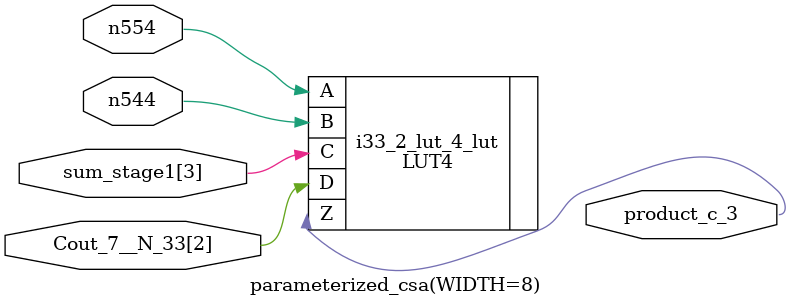
<source format=v>

module multiplier_csa (multiplicand, multiplier, product) /* synthesis syn_module_defined=1 */ ;   // d:/rtl_fpga/verilog/aula28_csa/multiplier_csa.v(1[8:22])
    input [3:0]multiplicand;   // d:/rtl_fpga/verilog/aula28_csa/multiplier_csa.v(2[24:36])
    input [3:0]multiplier;   // d:/rtl_fpga/verilog/aula28_csa/multiplier_csa.v(3[24:34])
    output [7:0]product;   // d:/rtl_fpga/verilog/aula28_csa/multiplier_csa.v(4[26:33])
    
    
    wire GND_net, multiplicand_c_3, multiplicand_c_2, multiplicand_c_1, 
        multiplicand_c_0, multiplier_c_3, multiplier_c_2, multiplier_c_1, 
        multiplier_c_0, product_c_7, product_c_6, product_c_5, product_c_4, 
        product_c_3, product_c_2, product_c_1, product_c_0;
    wire [7:0]\partial_products[3] ;   // d:/rtl_fpga/verilog/aula28_csa/multiplier_csa.v(7[24:40])
    wire [7:0]\partial_products[1] ;   // d:/rtl_fpga/verilog/aula28_csa/multiplier_csa.v(7[24:40])
    wire [7:0]sum_stage1;   // d:/rtl_fpga/verilog/aula28_csa/multiplier_csa.v(8[24:34])
    
    wire n261;
    wire [7:0]sum_stage2;   // d:/rtl_fpga/verilog/aula28_csa/multiplier_csa.v(8[36:46])
    
    wire n4;
    wire [7:0]carry_stage2;   // d:/rtl_fpga/verilog/aula28_csa/multiplier_csa.v(9[38:50])
    wire [7:0]Sum_7__N_1_adj_46;
    wire [7:0]Cout_7__N_33_adj_48;
    
    wire n554, n553, VCC_net, n551, n550, n549, n547, n541, 
        n546, n540, n539, n545, n7, n6, n544, n543;
    
    VLO i368 (.Z(GND_net));
    OB product_pad_5 (.I(product_c_5), .O(product[5]));   // d:/rtl_fpga/verilog/aula28_csa/multiplier_csa.v(4[26:33])
    OB product_pad_6 (.I(product_c_6), .O(product[6]));   // d:/rtl_fpga/verilog/aula28_csa/multiplier_csa.v(4[26:33])
    OB product_pad_7 (.I(product_c_7), .O(product[7]));   // d:/rtl_fpga/verilog/aula28_csa/multiplier_csa.v(4[26:33])
    OB product_pad_4 (.I(product_c_4), .O(product[4]));   // d:/rtl_fpga/verilog/aula28_csa/multiplier_csa.v(4[26:33])
    PUR PUR_INST (.PUR(VCC_net));
    defparam PUR_INST.RST_PULSE = 1;
    GSR GSR_INST (.GSR(VCC_net));
    OB product_pad_3 (.I(product_c_3), .O(product[3]));   // d:/rtl_fpga/verilog/aula28_csa/multiplier_csa.v(4[26:33])
    OB product_pad_2 (.I(product_c_2), .O(product[2]));   // d:/rtl_fpga/verilog/aula28_csa/multiplier_csa.v(4[26:33])
    OB product_pad_1 (.I(product_c_1), .O(product[1]));   // d:/rtl_fpga/verilog/aula28_csa/multiplier_csa.v(4[26:33])
    OB product_pad_0 (.I(product_c_0), .O(product[0]));   // d:/rtl_fpga/verilog/aula28_csa/multiplier_csa.v(4[26:33])
    IB multiplicand_pad_3 (.I(multiplicand[3]), .O(multiplicand_c_3));   // d:/rtl_fpga/verilog/aula28_csa/multiplier_csa.v(2[24:36])
    IB multiplicand_pad_2 (.I(multiplicand[2]), .O(multiplicand_c_2));   // d:/rtl_fpga/verilog/aula28_csa/multiplier_csa.v(2[24:36])
    IB multiplicand_pad_1 (.I(multiplicand[1]), .O(multiplicand_c_1));   // d:/rtl_fpga/verilog/aula28_csa/multiplier_csa.v(2[24:36])
    IB multiplicand_pad_0 (.I(multiplicand[0]), .O(multiplicand_c_0));   // d:/rtl_fpga/verilog/aula28_csa/multiplier_csa.v(2[24:36])
    IB multiplier_pad_3 (.I(multiplier[3]), .O(multiplier_c_3));   // d:/rtl_fpga/verilog/aula28_csa/multiplier_csa.v(3[24:34])
    IB multiplier_pad_2 (.I(multiplier[2]), .O(multiplier_c_2));   // d:/rtl_fpga/verilog/aula28_csa/multiplier_csa.v(3[24:34])
    IB multiplier_pad_1 (.I(multiplier[1]), .O(multiplier_c_1));   // d:/rtl_fpga/verilog/aula28_csa/multiplier_csa.v(3[24:34])
    IB multiplier_pad_0 (.I(multiplier[0]), .O(multiplier_c_0));   // d:/rtl_fpga/verilog/aula28_csa/multiplier_csa.v(3[24:34])
    LUT4 i111_2_lut_rep_7 (.A(multiplicand_c_2), .B(multiplier_c_2), .Z(n545)) /* synthesis lut_function=(A (B)) */ ;   // d:/rtl_fpga/verilog/aula28_csa/multiplier_csa.v(15[42:81])
    defparam i111_2_lut_rep_7.init = 16'h8888;
    LUT4 i108_2_lut (.A(multiplicand_c_1), .B(multiplier_c_3), .Z(\partial_products[3] [4])) /* synthesis lut_function=(A (B)) */ ;   // d:/rtl_fpga/verilog/aula28_csa/multiplier_csa.v(15[42:81])
    defparam i108_2_lut.init = 16'h8888;
    LUT4 i78_3_lut_4_lut (.A(n541), .B(Cout_7__N_33_adj_48[2]), .C(carry_stage2[3]), 
         .D(sum_stage2[4]), .Z(n261)) /* synthesis lut_function=(A (B (D)+!B (C (D)))+!A (C (D))) */ ;   // d:/rtl_fpga/verilog/aula28_csa/multiplier_csa.v(38[22:54])
    defparam i78_3_lut_4_lut.init = 16'hf800;
    LUT4 i53_4_lut_3_lut_rep_1 (.A(n540), .B(n4), .C(sum_stage2[5]), .Z(n539)) /* synthesis lut_function=(A (B+(C))+!A (B (C))) */ ;   // d:/rtl_fpga/verilog/aula28_csa/multiplier_csa.v(38[22:54])
    defparam i53_4_lut_3_lut_rep_1.init = 16'he8e8;
    LUT4 i101_2_lut (.A(multiplicand_c_2), .B(multiplier_c_1), .Z(\partial_products[1] [3])) /* synthesis lut_function=(A (B)) */ ;   // d:/rtl_fpga/verilog/aula28_csa/multiplier_csa.v(15[42:81])
    defparam i101_2_lut.init = 16'h8888;
    LUT4 i2_3_lut_4_lut (.A(n541), .B(Cout_7__N_33_adj_48[2]), .C(carry_stage2[3]), 
         .D(sum_stage2[4]), .Z(product_c_4)) /* synthesis lut_function=(A (B (C (D)+!C !(D))+!B !(C (D)+!C !(D)))+!A !(C (D)+!C !(D))) */ ;   // d:/rtl_fpga/verilog/aula28_csa/multiplier_csa.v(38[22:54])
    defparam i2_3_lut_4_lut.init = 16'h8778;
    LUT4 i113_2_lut_rep_8 (.A(multiplicand_c_3), .B(multiplier_c_1), .Z(n546)) /* synthesis lut_function=(A (B)) */ ;   // d:/rtl_fpga/verilog/aula28_csa/multiplier_csa.v(15[42:81])
    defparam i113_2_lut_rep_8.init = 16'h8888;
    \parameterized_csa(WIDTH=8)_U0  csa_stage1 (.n546(n546), .n545(n545), 
            .n543(n543), .\partial_products[3][4] (\partial_products[3] [4]), 
            .\sum_stage2[4] (sum_stage2[4]), .n540(n540), .\sum_stage1[5] (sum_stage1[5]), 
            .n547(n547), .\carry_stage2[5] (carry_stage2[5]), .\sum_stage2[5] (sum_stage2[5])) /* synthesis syn_module_defined=1 */ ;   // d:/rtl_fpga/verilog/aula28_csa/multiplier_csa.v(20[34] 26[6])
    LUT4 i100_2_lut (.A(multiplicand_c_0), .B(multiplier_c_0), .Z(product_c_0)) /* synthesis lut_function=(A (B)) */ ;   // d:/rtl_fpga/verilog/aula28_csa/multiplier_csa.v(15[42:81])
    defparam i100_2_lut.init = 16'h8888;
    LUT4 i46_4_lut (.A(n261), .B(n7), .C(multiplier_c_1), .D(n6), .Z(n4)) /* synthesis lut_function=(A+(B (C (D)))) */ ;   // d:/rtl_fpga/verilog/aula28_csa/multiplier_csa.v(38[22:54])
    defparam i46_4_lut.init = 16'heaaa;
    LUT4 i2_3_lut (.A(multiplier_c_0), .B(multiplier_c_2), .C(multiplicand_c_2), 
         .Z(n7)) /* synthesis lut_function=(A (B (C)+!B !(C))) */ ;   // d:/rtl_fpga/verilog/aula28_csa/multiplier_csa.v(38[22:54])
    defparam i2_3_lut.init = 16'h8282;
    LUT4 i1_4_lut (.A(multiplicand_c_0), .B(n544), .C(\partial_products[3] [4]), 
         .D(multiplicand_c_3), .Z(n6)) /* synthesis lut_function=(A (B (C (D)))) */ ;   // d:/rtl_fpga/verilog/aula28_csa/multiplier_csa.v(38[22:54])
    defparam i1_4_lut.init = 16'h8000;
    LUT4 i107_2_lut_rep_9 (.A(multiplicand_c_2), .B(multiplier_c_3), .Z(n547)) /* synthesis lut_function=(A (B)) */ ;   // d:/rtl_fpga/verilog/aula28_csa/multiplier_csa.v(15[42:81])
    defparam i107_2_lut_rep_9.init = 16'h8888;
    LUT4 Cout_7__I_0_i3_4_lut_3_lut_rep_6_4_lut (.A(multiplicand_c_1), .B(multiplier_c_1), 
         .C(n549), .D(n550), .Z(n544)) /* synthesis lut_function=(A (B (C+(D))+!B (C (D)))+!A (C (D))) */ ;   // d:/rtl_fpga/verilog/aula28_csa/multiplier_csa.v(15[42:81])
    defparam Cout_7__I_0_i3_4_lut_3_lut_rep_6_4_lut.init = 16'hf880;
    LUT4 i2_3_lut_4_lut_adj_3 (.A(multiplicand_c_1), .B(multiplier_c_1), 
         .C(n549), .D(n550), .Z(Sum_7__N_1_adj_46[2])) /* synthesis lut_function=(A (B (C (D)+!C !(D))+!B !(C (D)+!C !(D)))+!A !(C (D)+!C !(D))) */ ;   // d:/rtl_fpga/verilog/aula28_csa/multiplier_csa.v(15[42:81])
    defparam i2_3_lut_4_lut_adj_3.init = 16'h8778;
    LUT4 i60_4_lut_3_lut_4_lut (.A(multiplicand_c_3), .B(multiplier_c_3), 
         .C(n539), .D(carry_stage2[5]), .Z(product_c_7)) /* synthesis lut_function=(A (B (C+(D))+!B (C (D)))+!A (C (D))) */ ;   // d:/rtl_fpga/verilog/aula28_csa/multiplier_csa.v(15[42:81])
    defparam i60_4_lut_3_lut_4_lut.init = 16'hf880;
    LUT4 i2_3_lut_4_lut_adj_4 (.A(multiplicand_c_3), .B(multiplier_c_3), 
         .C(carry_stage2[5]), .D(n539), .Z(product_c_6)) /* synthesis lut_function=(A (B (C (D)+!C !(D))+!B !(C (D)+!C !(D)))+!A !(C (D)+!C !(D))) */ ;   // d:/rtl_fpga/verilog/aula28_csa/multiplier_csa.v(15[42:81])
    defparam i2_3_lut_4_lut_adj_4.init = 16'h8778;
    LUT4 i98_2_lut_rep_11 (.A(multiplicand_c_0), .B(multiplier_c_2), .Z(n549)) /* synthesis lut_function=(A (B)) */ ;   // d:/rtl_fpga/verilog/aula28_csa/multiplier_csa.v(15[42:81])
    defparam i98_2_lut_rep_11.init = 16'h8888;
    LUT4 i103_2_lut_rep_12 (.A(multiplicand_c_2), .B(multiplier_c_0), .Z(n550)) /* synthesis lut_function=(A (B)) */ ;   // d:/rtl_fpga/verilog/aula28_csa/multiplier_csa.v(15[42:81])
    defparam i103_2_lut_rep_12.init = 16'h8888;
    LUT4 Sum_7__I_0_i3_2_lut_3_lut_4_lut (.A(multiplicand_c_0), .B(multiplier_c_1), 
         .C(Sum_7__N_1_adj_46[2]), .D(n551), .Z(product_c_2)) /* synthesis lut_function=(!(A (B (C (D)+!C !(D))+!B !(C))+!A !(C))) */ ;   // d:/rtl_fpga/verilog/aula28_csa/multiplier_csa.v(15[42:81])
    defparam Sum_7__I_0_i3_2_lut_3_lut_4_lut.init = 16'h78f0;
    LUT4 i109_2_lut (.A(multiplicand_c_3), .B(multiplier_c_2), .Z(sum_stage1[5])) /* synthesis lut_function=(A (B)) */ ;   // d:/rtl_fpga/verilog/aula28_csa/multiplier_csa.v(15[42:81])
    defparam i109_2_lut.init = 16'h8888;
    LUT4 and_62_i3_2_lut_3_lut_4_lut (.A(multiplicand_c_0), .B(multiplier_c_1), 
         .C(Sum_7__N_1_adj_46[2]), .D(n551), .Z(Cout_7__N_33_adj_48[2])) /* synthesis lut_function=(A (B (C (D)))) */ ;   // d:/rtl_fpga/verilog/aula28_csa/multiplier_csa.v(15[42:81])
    defparam and_62_i3_2_lut_3_lut_4_lut.init = 16'h8000;
    LUT4 i105_2_lut_rep_13 (.A(multiplicand_c_1), .B(multiplier_c_0), .Z(n551)) /* synthesis lut_function=(A (B)) */ ;   // d:/rtl_fpga/verilog/aula28_csa/multiplier_csa.v(15[42:81])
    defparam i105_2_lut_rep_13.init = 16'h8888;
    LUT4 A_7__I_0_67_i2_2_lut_3_lut_4_lut (.A(multiplicand_c_1), .B(multiplier_c_0), 
         .C(multiplier_c_1), .D(multiplicand_c_0), .Z(product_c_1)) /* synthesis lut_function=(!(A (B (C (D))+!B !(C (D)))+!A !(C (D)))) */ ;   // d:/rtl_fpga/verilog/aula28_csa/multiplier_csa.v(15[42:81])
    defparam A_7__I_0_67_i2_2_lut_3_lut_4_lut.init = 16'h7888;
    LUT4 i2_3_lut_adj_5 (.A(sum_stage2[5]), .B(n4), .C(n540), .Z(product_c_5)) /* synthesis lut_function=(A (B (C)+!B !(C))+!A !(B (C)+!B !(C))) */ ;   // d:/rtl_fpga/verilog/aula28_csa/multiplier_csa.v(38[22:54])
    defparam i2_3_lut_adj_5.init = 16'h9696;
    LUT4 Cout_7__I_0_i4_4_lut_3_lut_4_lut (.A(multiplicand_c_0), .B(multiplier_c_3), 
         .C(sum_stage1[3]), .D(n544), .Z(carry_stage2[3])) /* synthesis lut_function=(A (B (C+(D))+!B (C (D)))+!A (C (D))) */ ;   // d:/rtl_fpga/verilog/aula28_csa/multiplier_csa.v(15[42:81])
    defparam Cout_7__I_0_i4_4_lut_3_lut_4_lut.init = 16'hf880;
    LUT4 i2_3_lut_rep_3_4_lut (.A(multiplicand_c_0), .B(multiplier_c_3), 
         .C(sum_stage1[3]), .D(n544), .Z(n541)) /* synthesis lut_function=(A (B (C (D)+!C !(D))+!B !(C (D)+!C !(D)))+!A !(C (D)+!C !(D))) */ ;   // d:/rtl_fpga/verilog/aula28_csa/multiplier_csa.v(15[42:81])
    defparam i2_3_lut_rep_3_4_lut.init = 16'h8778;
    LUT4 i99_2_lut_rep_16 (.A(multiplicand_c_0), .B(multiplier_c_3), .Z(n554)) /* synthesis lut_function=(A (B)) */ ;   // d:/rtl_fpga/verilog/aula28_csa/multiplier_csa.v(15[42:81])
    defparam i99_2_lut_rep_16.init = 16'h8888;
    LUT4 i102_2_lut_rep_15 (.A(multiplicand_c_3), .B(multiplier_c_0), .Z(n553)) /* synthesis lut_function=(A (B)) */ ;   // d:/rtl_fpga/verilog/aula28_csa/multiplier_csa.v(15[42:81])
    defparam i102_2_lut_rep_15.init = 16'h8888;
    LUT4 Cout_7__I_0_i4_4_lut_3_lut_rep_5_4_lut (.A(multiplicand_c_1), .B(multiplier_c_2), 
         .C(\partial_products[1] [3]), .D(n553), .Z(n543)) /* synthesis lut_function=(A (B (C+(D))+!B (C (D)))+!A (C (D))) */ ;   // d:/rtl_fpga/verilog/aula28_csa/multiplier_csa.v(15[42:81])
    defparam Cout_7__I_0_i4_4_lut_3_lut_rep_5_4_lut.init = 16'hf880;
    LUT4 i2_3_lut_4_lut_adj_6 (.A(multiplicand_c_1), .B(multiplier_c_2), 
         .C(\partial_products[1] [3]), .D(n553), .Z(sum_stage1[3])) /* synthesis lut_function=(A (B (C (D)+!C !(D))+!B !(C (D)+!C !(D)))+!A !(C (D)+!C !(D))) */ ;   // d:/rtl_fpga/verilog/aula28_csa/multiplier_csa.v(15[42:81])
    defparam i2_3_lut_4_lut_adj_6.init = 16'h8778;
    \parameterized_csa(WIDTH=8)  csa_stage2 (.n554(n554), .n544(n544), .\sum_stage1[3] (sum_stage1[3]), 
            .\Cout_7__N_33[2] (Cout_7__N_33_adj_48[2]), .product_c_3(product_c_3)) /* synthesis syn_module_defined=1 */ ;   // d:/rtl_fpga/verilog/aula28_csa/multiplier_csa.v(29[34] 35[6])
    VHI i369 (.Z(VCC_net));
    
endmodule
//
// Verilog Description of module PUR
// module not written out since it is a black-box. 
//

//
// Verilog Description of module \parameterized_csa(WIDTH=8)_U0 
//

module \parameterized_csa(WIDTH=8)_U0  (n546, n545, n543, \partial_products[3][4] , 
            \sum_stage2[4] , n540, \sum_stage1[5] , n547, \carry_stage2[5] , 
            \sum_stage2[5] ) /* synthesis syn_module_defined=1 */ ;
    input n546;
    input n545;
    input n543;
    input \partial_products[3][4] ;
    output \sum_stage2[4] ;
    output n540;
    input \sum_stage1[5] ;
    input n547;
    output \carry_stage2[5] ;
    output \sum_stage2[5] ;
    
    
    LUT4 i2_3_lut_4_lut (.A(n546), .B(n545), .C(n543), .D(\partial_products[3][4] ), 
         .Z(\sum_stage2[4] )) /* synthesis lut_function=(!(A (B (C (D)+!C !(D))+!B !(C (D)+!C !(D)))+!A !(B (C (D)+!C !(D))+!B !(C (D)+!C !(D))))) */ ;   // d:/rtl_fpga/verilog/aula28_csa/csa_param.v(12[30:50])
    defparam i2_3_lut_4_lut.init = 16'h6996;
    LUT4 Cout_7__I_0_i5_4_lut_3_lut_rep_2_4_lut (.A(n546), .B(n545), .C(n543), 
         .D(\partial_products[3][4] ), .Z(n540)) /* synthesis lut_function=(A (B (C (D))+!B (C+(D)))+!A (B (C+(D))+!B (C (D)))) */ ;   // d:/rtl_fpga/verilog/aula28_csa/csa_param.v(12[30:50])
    defparam Cout_7__I_0_i5_4_lut_3_lut_rep_2_4_lut.init = 16'hf660;
    LUT4 Cout_7__I_0_i6_4_lut_3_lut_4_lut (.A(n546), .B(n545), .C(\sum_stage1[5] ), 
         .D(n547), .Z(\carry_stage2[5] )) /* synthesis lut_function=(A (B (C+(D))+!B (C (D)))+!A (C (D))) */ ;   // d:/rtl_fpga/verilog/aula28_csa/csa_param.v(13[46:61])
    defparam Cout_7__I_0_i6_4_lut_3_lut_4_lut.init = 16'hf880;
    LUT4 i2_3_lut_4_lut_adj_2 (.A(n546), .B(n545), .C(\sum_stage1[5] ), 
         .D(n547), .Z(\sum_stage2[5] )) /* synthesis lut_function=(A (B (C (D)+!C !(D))+!B !(C (D)+!C !(D)))+!A !(C (D)+!C !(D))) */ ;   // d:/rtl_fpga/verilog/aula28_csa/csa_param.v(13[46:61])
    defparam i2_3_lut_4_lut_adj_2.init = 16'h8778;
    
endmodule
//
// Verilog Description of module \parameterized_csa(WIDTH=8) 
//

module \parameterized_csa(WIDTH=8)  (n554, n544, \sum_stage1[3] , \Cout_7__N_33[2] , 
            product_c_3) /* synthesis syn_module_defined=1 */ ;
    input n554;
    input n544;
    input \sum_stage1[3] ;
    input \Cout_7__N_33[2] ;
    output product_c_3;
    
    
    LUT4 i33_2_lut_4_lut (.A(n554), .B(n544), .C(\sum_stage1[3] ), .D(\Cout_7__N_33[2] ), 
         .Z(product_c_3)) /* synthesis lut_function=(!(A (B (C (D)+!C !(D))+!B !(C (D)+!C !(D)))+!A !(B (C (D)+!C !(D))+!B !(C (D)+!C !(D))))) */ ;   // d:/rtl_fpga/verilog/aula28_csa/csa_param.v(12[30:50])
    defparam i33_2_lut_4_lut.init = 16'h6996;
    
endmodule

</source>
